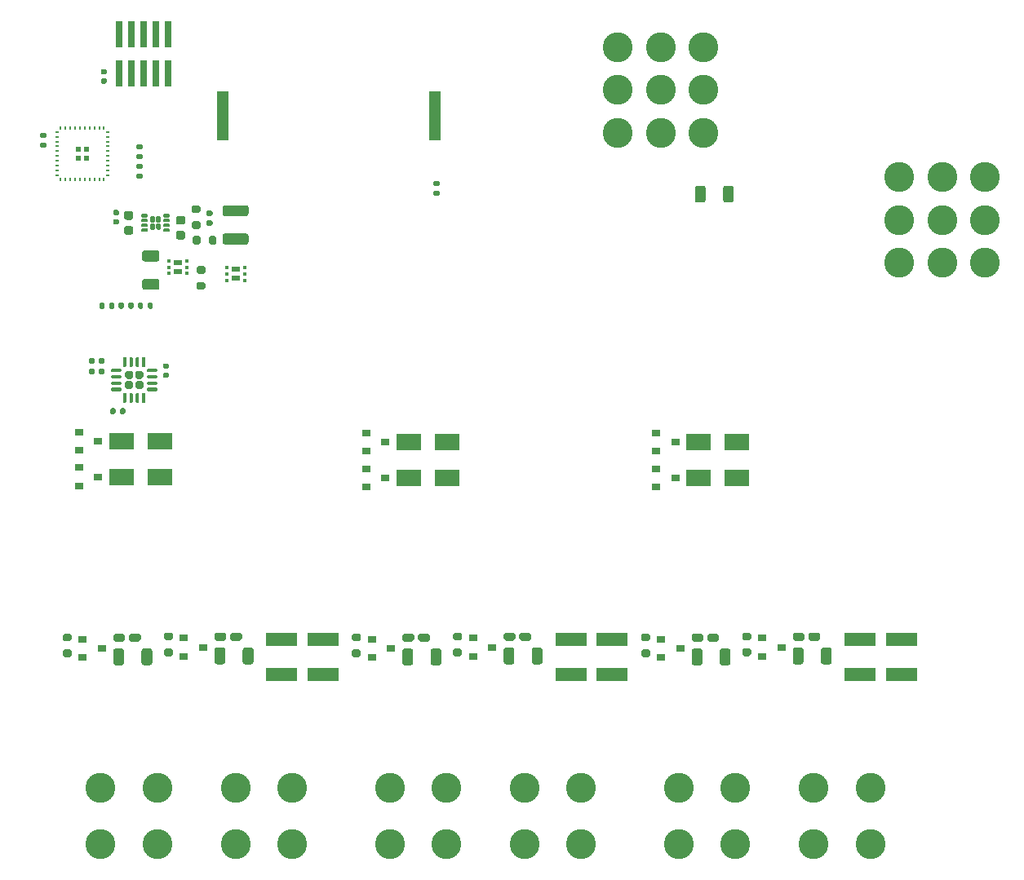
<source format=gbr>
%TF.GenerationSoftware,KiCad,Pcbnew,(5.1.9-0-10_14)*%
%TF.CreationDate,2021-05-17T23:47:06-07:00*%
%TF.ProjectId,tp_radio_board,74705f72-6164-4696-9f5f-626f6172642e,rev?*%
%TF.SameCoordinates,Original*%
%TF.FileFunction,Paste,Top*%
%TF.FilePolarity,Positive*%
%FSLAX46Y46*%
G04 Gerber Fmt 4.6, Leading zero omitted, Abs format (unit mm)*
G04 Created by KiCad (PCBNEW (5.1.9-0-10_14)) date 2021-05-17 23:47:06*
%MOMM*%
%LPD*%
G01*
G04 APERTURE LIST*
%ADD10R,0.762000X2.794000*%
%ADD11R,0.500000X0.500000*%
%ADD12R,0.250000X0.350000*%
%ADD13R,0.350000X0.250000*%
%ADD14R,0.900000X0.800000*%
%ADD15C,3.100000*%
%ADD16R,0.950000X0.613000*%
%ADD17R,0.325000X0.300000*%
%ADD18R,3.300000X1.400000*%
%ADD19R,2.500000X1.800000*%
%ADD20R,1.270000X5.080000*%
G04 APERTURE END LIST*
D10*
%TO.C,J1*%
X31340000Y-102772000D03*
X31340000Y-98708000D03*
X32610000Y-102772000D03*
X32610000Y-98708000D03*
X33880000Y-102772000D03*
X33880000Y-98708000D03*
X35150000Y-102772000D03*
X35150000Y-98708000D03*
X36420000Y-102772000D03*
X36420000Y-98708000D03*
%TD*%
D11*
%TO.C,U1*%
X27050000Y-111550000D03*
X27950000Y-111550000D03*
X27950000Y-110650000D03*
X27050000Y-110650000D03*
D12*
X29750000Y-108450000D03*
X29250000Y-108450000D03*
X28750000Y-108450000D03*
X28250000Y-108450000D03*
X27750000Y-108450000D03*
X27250000Y-108450000D03*
X26750000Y-108450000D03*
X25750000Y-108450000D03*
X26250000Y-108450000D03*
X25250000Y-108450000D03*
D13*
X30150000Y-108850000D03*
X30150000Y-109350000D03*
X30150000Y-109850000D03*
X30150000Y-110350000D03*
X30150000Y-110850000D03*
X30150000Y-111350000D03*
X30150000Y-111850000D03*
X30150000Y-112350000D03*
X30150000Y-112850000D03*
X30150000Y-113350000D03*
D12*
X29750000Y-113750000D03*
X29250000Y-113750000D03*
X28750000Y-113750000D03*
X28250000Y-113750000D03*
X27750000Y-113750000D03*
X27250000Y-113750000D03*
X26750000Y-113750000D03*
X26250000Y-113750000D03*
X25750000Y-113750000D03*
X25250000Y-113750000D03*
D13*
X24850000Y-113350000D03*
X24850000Y-112850000D03*
X24850000Y-112350000D03*
X24850000Y-111850000D03*
X24850000Y-111350000D03*
X24850000Y-110850000D03*
X24850000Y-110350000D03*
X24850000Y-109850000D03*
X24850000Y-109350000D03*
X24850000Y-108850000D03*
%TD*%
%TO.C,D12*%
G36*
G01*
X102840000Y-161462500D02*
X102840000Y-161037500D01*
G75*
G02*
X103052500Y-160825000I212500J0D01*
G01*
X103852500Y-160825000D01*
G75*
G02*
X104065000Y-161037500I0J-212500D01*
G01*
X104065000Y-161462500D01*
G75*
G02*
X103852500Y-161675000I-212500J0D01*
G01*
X103052500Y-161675000D01*
G75*
G02*
X102840000Y-161462500I0J212500D01*
G01*
G37*
G36*
G01*
X101215000Y-161462500D02*
X101215000Y-161037500D01*
G75*
G02*
X101427500Y-160825000I212500J0D01*
G01*
X102227500Y-160825000D01*
G75*
G02*
X102440000Y-161037500I0J-212500D01*
G01*
X102440000Y-161462500D01*
G75*
G02*
X102227500Y-161675000I-212500J0D01*
G01*
X101427500Y-161675000D01*
G75*
G02*
X101215000Y-161462500I0J212500D01*
G01*
G37*
%TD*%
%TO.C,D11*%
G36*
G01*
X72840000Y-161462500D02*
X72840000Y-161037500D01*
G75*
G02*
X73052500Y-160825000I212500J0D01*
G01*
X73852500Y-160825000D01*
G75*
G02*
X74065000Y-161037500I0J-212500D01*
G01*
X74065000Y-161462500D01*
G75*
G02*
X73852500Y-161675000I-212500J0D01*
G01*
X73052500Y-161675000D01*
G75*
G02*
X72840000Y-161462500I0J212500D01*
G01*
G37*
G36*
G01*
X71215000Y-161462500D02*
X71215000Y-161037500D01*
G75*
G02*
X71427500Y-160825000I212500J0D01*
G01*
X72227500Y-160825000D01*
G75*
G02*
X72440000Y-161037500I0J-212500D01*
G01*
X72440000Y-161462500D01*
G75*
G02*
X72227500Y-161675000I-212500J0D01*
G01*
X71427500Y-161675000D01*
G75*
G02*
X71215000Y-161462500I0J212500D01*
G01*
G37*
%TD*%
%TO.C,D10*%
G36*
G01*
X42840000Y-161462500D02*
X42840000Y-161037500D01*
G75*
G02*
X43052500Y-160825000I212500J0D01*
G01*
X43852500Y-160825000D01*
G75*
G02*
X44065000Y-161037500I0J-212500D01*
G01*
X44065000Y-161462500D01*
G75*
G02*
X43852500Y-161675000I-212500J0D01*
G01*
X43052500Y-161675000D01*
G75*
G02*
X42840000Y-161462500I0J212500D01*
G01*
G37*
G36*
G01*
X41215000Y-161462500D02*
X41215000Y-161037500D01*
G75*
G02*
X41427500Y-160825000I212500J0D01*
G01*
X42227500Y-160825000D01*
G75*
G02*
X42440000Y-161037500I0J-212500D01*
G01*
X42440000Y-161462500D01*
G75*
G02*
X42227500Y-161675000I-212500J0D01*
G01*
X41427500Y-161675000D01*
G75*
G02*
X41215000Y-161462500I0J212500D01*
G01*
G37*
%TD*%
%TO.C,R24*%
G36*
G01*
X42340000Y-162624999D02*
X42340000Y-163875001D01*
G75*
G02*
X42090001Y-164125000I-249999J0D01*
G01*
X41464999Y-164125000D01*
G75*
G02*
X41215000Y-163875001I0J249999D01*
G01*
X41215000Y-162624999D01*
G75*
G02*
X41464999Y-162375000I249999J0D01*
G01*
X42090001Y-162375000D01*
G75*
G02*
X42340000Y-162624999I0J-249999D01*
G01*
G37*
G36*
G01*
X45265000Y-162624999D02*
X45265000Y-163875001D01*
G75*
G02*
X45015001Y-164125000I-249999J0D01*
G01*
X44389999Y-164125000D01*
G75*
G02*
X44140000Y-163875001I0J249999D01*
G01*
X44140000Y-162624999D01*
G75*
G02*
X44389999Y-162375000I249999J0D01*
G01*
X45015001Y-162375000D01*
G75*
G02*
X45265000Y-162624999I0J-249999D01*
G01*
G37*
%TD*%
%TO.C,R26*%
G36*
G01*
X102340000Y-162624999D02*
X102340000Y-163875001D01*
G75*
G02*
X102090001Y-164125000I-249999J0D01*
G01*
X101464999Y-164125000D01*
G75*
G02*
X101215000Y-163875001I0J249999D01*
G01*
X101215000Y-162624999D01*
G75*
G02*
X101464999Y-162375000I249999J0D01*
G01*
X102090001Y-162375000D01*
G75*
G02*
X102340000Y-162624999I0J-249999D01*
G01*
G37*
G36*
G01*
X105265000Y-162624999D02*
X105265000Y-163875001D01*
G75*
G02*
X105015001Y-164125000I-249999J0D01*
G01*
X104389999Y-164125000D01*
G75*
G02*
X104140000Y-163875001I0J249999D01*
G01*
X104140000Y-162624999D01*
G75*
G02*
X104389999Y-162375000I249999J0D01*
G01*
X105015001Y-162375000D01*
G75*
G02*
X105265000Y-162624999I0J-249999D01*
G01*
G37*
%TD*%
%TO.C,R25*%
G36*
G01*
X72340000Y-162624999D02*
X72340000Y-163875001D01*
G75*
G02*
X72090001Y-164125000I-249999J0D01*
G01*
X71464999Y-164125000D01*
G75*
G02*
X71215000Y-163875001I0J249999D01*
G01*
X71215000Y-162624999D01*
G75*
G02*
X71464999Y-162375000I249999J0D01*
G01*
X72090001Y-162375000D01*
G75*
G02*
X72340000Y-162624999I0J-249999D01*
G01*
G37*
G36*
G01*
X75265000Y-162624999D02*
X75265000Y-163875001D01*
G75*
G02*
X75015001Y-164125000I-249999J0D01*
G01*
X74389999Y-164125000D01*
G75*
G02*
X74140000Y-163875001I0J249999D01*
G01*
X74140000Y-162624999D01*
G75*
G02*
X74389999Y-162375000I249999J0D01*
G01*
X75015001Y-162375000D01*
G75*
G02*
X75265000Y-162624999I0J-249999D01*
G01*
G37*
%TD*%
%TO.C,R21*%
G36*
G01*
X36715000Y-161625000D02*
X36165000Y-161625000D01*
G75*
G02*
X35965000Y-161425000I0J200000D01*
G01*
X35965000Y-161025000D01*
G75*
G02*
X36165000Y-160825000I200000J0D01*
G01*
X36715000Y-160825000D01*
G75*
G02*
X36915000Y-161025000I0J-200000D01*
G01*
X36915000Y-161425000D01*
G75*
G02*
X36715000Y-161625000I-200000J0D01*
G01*
G37*
G36*
G01*
X36715000Y-163275000D02*
X36165000Y-163275000D01*
G75*
G02*
X35965000Y-163075000I0J200000D01*
G01*
X35965000Y-162675000D01*
G75*
G02*
X36165000Y-162475000I200000J0D01*
G01*
X36715000Y-162475000D01*
G75*
G02*
X36915000Y-162675000I0J-200000D01*
G01*
X36915000Y-163075000D01*
G75*
G02*
X36715000Y-163275000I-200000J0D01*
G01*
G37*
%TD*%
%TO.C,R23*%
G36*
G01*
X96715000Y-161625000D02*
X96165000Y-161625000D01*
G75*
G02*
X95965000Y-161425000I0J200000D01*
G01*
X95965000Y-161025000D01*
G75*
G02*
X96165000Y-160825000I200000J0D01*
G01*
X96715000Y-160825000D01*
G75*
G02*
X96915000Y-161025000I0J-200000D01*
G01*
X96915000Y-161425000D01*
G75*
G02*
X96715000Y-161625000I-200000J0D01*
G01*
G37*
G36*
G01*
X96715000Y-163275000D02*
X96165000Y-163275000D01*
G75*
G02*
X95965000Y-163075000I0J200000D01*
G01*
X95965000Y-162675000D01*
G75*
G02*
X96165000Y-162475000I200000J0D01*
G01*
X96715000Y-162475000D01*
G75*
G02*
X96915000Y-162675000I0J-200000D01*
G01*
X96915000Y-163075000D01*
G75*
G02*
X96715000Y-163275000I-200000J0D01*
G01*
G37*
%TD*%
%TO.C,R22*%
G36*
G01*
X66715000Y-161625000D02*
X66165000Y-161625000D01*
G75*
G02*
X65965000Y-161425000I0J200000D01*
G01*
X65965000Y-161025000D01*
G75*
G02*
X66165000Y-160825000I200000J0D01*
G01*
X66715000Y-160825000D01*
G75*
G02*
X66915000Y-161025000I0J-200000D01*
G01*
X66915000Y-161425000D01*
G75*
G02*
X66715000Y-161625000I-200000J0D01*
G01*
G37*
G36*
G01*
X66715000Y-163275000D02*
X66165000Y-163275000D01*
G75*
G02*
X65965000Y-163075000I0J200000D01*
G01*
X65965000Y-162675000D01*
G75*
G02*
X66165000Y-162475000I200000J0D01*
G01*
X66715000Y-162475000D01*
G75*
G02*
X66915000Y-162675000I0J-200000D01*
G01*
X66915000Y-163075000D01*
G75*
G02*
X66715000Y-163275000I-200000J0D01*
G01*
G37*
%TD*%
%TO.C,R16*%
G36*
G01*
X31840000Y-162724999D02*
X31840000Y-163975001D01*
G75*
G02*
X31590001Y-164225000I-249999J0D01*
G01*
X30964999Y-164225000D01*
G75*
G02*
X30715000Y-163975001I0J249999D01*
G01*
X30715000Y-162724999D01*
G75*
G02*
X30964999Y-162475000I249999J0D01*
G01*
X31590001Y-162475000D01*
G75*
G02*
X31840000Y-162724999I0J-249999D01*
G01*
G37*
G36*
G01*
X34765000Y-162724999D02*
X34765000Y-163975001D01*
G75*
G02*
X34515001Y-164225000I-249999J0D01*
G01*
X33889999Y-164225000D01*
G75*
G02*
X33640000Y-163975001I0J249999D01*
G01*
X33640000Y-162724999D01*
G75*
G02*
X33889999Y-162475000I249999J0D01*
G01*
X34515001Y-162475000D01*
G75*
G02*
X34765000Y-162724999I0J-249999D01*
G01*
G37*
%TD*%
%TO.C,R18*%
G36*
G01*
X91840000Y-162724999D02*
X91840000Y-163975001D01*
G75*
G02*
X91590001Y-164225000I-249999J0D01*
G01*
X90964999Y-164225000D01*
G75*
G02*
X90715000Y-163975001I0J249999D01*
G01*
X90715000Y-162724999D01*
G75*
G02*
X90964999Y-162475000I249999J0D01*
G01*
X91590001Y-162475000D01*
G75*
G02*
X91840000Y-162724999I0J-249999D01*
G01*
G37*
G36*
G01*
X94765000Y-162724999D02*
X94765000Y-163975001D01*
G75*
G02*
X94515001Y-164225000I-249999J0D01*
G01*
X93889999Y-164225000D01*
G75*
G02*
X93640000Y-163975001I0J249999D01*
G01*
X93640000Y-162724999D01*
G75*
G02*
X93889999Y-162475000I249999J0D01*
G01*
X94515001Y-162475000D01*
G75*
G02*
X94765000Y-162724999I0J-249999D01*
G01*
G37*
%TD*%
%TO.C,R17*%
G36*
G01*
X61840000Y-162724999D02*
X61840000Y-163975001D01*
G75*
G02*
X61590001Y-164225000I-249999J0D01*
G01*
X60964999Y-164225000D01*
G75*
G02*
X60715000Y-163975001I0J249999D01*
G01*
X60715000Y-162724999D01*
G75*
G02*
X60964999Y-162475000I249999J0D01*
G01*
X61590001Y-162475000D01*
G75*
G02*
X61840000Y-162724999I0J-249999D01*
G01*
G37*
G36*
G01*
X64765000Y-162724999D02*
X64765000Y-163975001D01*
G75*
G02*
X64515001Y-164225000I-249999J0D01*
G01*
X63889999Y-164225000D01*
G75*
G02*
X63640000Y-163975001I0J249999D01*
G01*
X63640000Y-162724999D01*
G75*
G02*
X63889999Y-162475000I249999J0D01*
G01*
X64515001Y-162475000D01*
G75*
G02*
X64765000Y-162724999I0J-249999D01*
G01*
G37*
%TD*%
%TO.C,R13*%
G36*
G01*
X26215000Y-161725000D02*
X25665000Y-161725000D01*
G75*
G02*
X25465000Y-161525000I0J200000D01*
G01*
X25465000Y-161125000D01*
G75*
G02*
X25665000Y-160925000I200000J0D01*
G01*
X26215000Y-160925000D01*
G75*
G02*
X26415000Y-161125000I0J-200000D01*
G01*
X26415000Y-161525000D01*
G75*
G02*
X26215000Y-161725000I-200000J0D01*
G01*
G37*
G36*
G01*
X26215000Y-163375000D02*
X25665000Y-163375000D01*
G75*
G02*
X25465000Y-163175000I0J200000D01*
G01*
X25465000Y-162775000D01*
G75*
G02*
X25665000Y-162575000I200000J0D01*
G01*
X26215000Y-162575000D01*
G75*
G02*
X26415000Y-162775000I0J-200000D01*
G01*
X26415000Y-163175000D01*
G75*
G02*
X26215000Y-163375000I-200000J0D01*
G01*
G37*
%TD*%
%TO.C,R15*%
G36*
G01*
X86215000Y-161725000D02*
X85665000Y-161725000D01*
G75*
G02*
X85465000Y-161525000I0J200000D01*
G01*
X85465000Y-161125000D01*
G75*
G02*
X85665000Y-160925000I200000J0D01*
G01*
X86215000Y-160925000D01*
G75*
G02*
X86415000Y-161125000I0J-200000D01*
G01*
X86415000Y-161525000D01*
G75*
G02*
X86215000Y-161725000I-200000J0D01*
G01*
G37*
G36*
G01*
X86215000Y-163375000D02*
X85665000Y-163375000D01*
G75*
G02*
X85465000Y-163175000I0J200000D01*
G01*
X85465000Y-162775000D01*
G75*
G02*
X85665000Y-162575000I200000J0D01*
G01*
X86215000Y-162575000D01*
G75*
G02*
X86415000Y-162775000I0J-200000D01*
G01*
X86415000Y-163175000D01*
G75*
G02*
X86215000Y-163375000I-200000J0D01*
G01*
G37*
%TD*%
%TO.C,R14*%
G36*
G01*
X56215000Y-161725000D02*
X55665000Y-161725000D01*
G75*
G02*
X55465000Y-161525000I0J200000D01*
G01*
X55465000Y-161125000D01*
G75*
G02*
X55665000Y-160925000I200000J0D01*
G01*
X56215000Y-160925000D01*
G75*
G02*
X56415000Y-161125000I0J-200000D01*
G01*
X56415000Y-161525000D01*
G75*
G02*
X56215000Y-161725000I-200000J0D01*
G01*
G37*
G36*
G01*
X56215000Y-163375000D02*
X55665000Y-163375000D01*
G75*
G02*
X55465000Y-163175000I0J200000D01*
G01*
X55465000Y-162775000D01*
G75*
G02*
X55665000Y-162575000I200000J0D01*
G01*
X56215000Y-162575000D01*
G75*
G02*
X56415000Y-162775000I0J-200000D01*
G01*
X56415000Y-163175000D01*
G75*
G02*
X56215000Y-163375000I-200000J0D01*
G01*
G37*
%TD*%
D14*
%TO.C,Q10*%
X40040000Y-162350000D03*
X38040000Y-163300000D03*
X38040000Y-161400000D03*
%TD*%
%TO.C,Q12*%
X100040000Y-162350000D03*
X98040000Y-163300000D03*
X98040000Y-161400000D03*
%TD*%
%TO.C,Q11*%
X70040000Y-162350000D03*
X68040000Y-163300000D03*
X68040000Y-161400000D03*
%TD*%
%TO.C,Q7*%
X29540000Y-162450000D03*
X27540000Y-163400000D03*
X27540000Y-161500000D03*
%TD*%
%TO.C,Q9*%
X89540000Y-162450000D03*
X87540000Y-163400000D03*
X87540000Y-161500000D03*
%TD*%
%TO.C,Q8*%
X59540000Y-162450000D03*
X57540000Y-163400000D03*
X57540000Y-161500000D03*
%TD*%
%TO.C,D7*%
G36*
G01*
X32340000Y-161562500D02*
X32340000Y-161137500D01*
G75*
G02*
X32552500Y-160925000I212500J0D01*
G01*
X33352500Y-160925000D01*
G75*
G02*
X33565000Y-161137500I0J-212500D01*
G01*
X33565000Y-161562500D01*
G75*
G02*
X33352500Y-161775000I-212500J0D01*
G01*
X32552500Y-161775000D01*
G75*
G02*
X32340000Y-161562500I0J212500D01*
G01*
G37*
G36*
G01*
X30715000Y-161562500D02*
X30715000Y-161137500D01*
G75*
G02*
X30927500Y-160925000I212500J0D01*
G01*
X31727500Y-160925000D01*
G75*
G02*
X31940000Y-161137500I0J-212500D01*
G01*
X31940000Y-161562500D01*
G75*
G02*
X31727500Y-161775000I-212500J0D01*
G01*
X30927500Y-161775000D01*
G75*
G02*
X30715000Y-161562500I0J212500D01*
G01*
G37*
%TD*%
%TO.C,D9*%
G36*
G01*
X92340000Y-161562500D02*
X92340000Y-161137500D01*
G75*
G02*
X92552500Y-160925000I212500J0D01*
G01*
X93352500Y-160925000D01*
G75*
G02*
X93565000Y-161137500I0J-212500D01*
G01*
X93565000Y-161562500D01*
G75*
G02*
X93352500Y-161775000I-212500J0D01*
G01*
X92552500Y-161775000D01*
G75*
G02*
X92340000Y-161562500I0J212500D01*
G01*
G37*
G36*
G01*
X90715000Y-161562500D02*
X90715000Y-161137500D01*
G75*
G02*
X90927500Y-160925000I212500J0D01*
G01*
X91727500Y-160925000D01*
G75*
G02*
X91940000Y-161137500I0J-212500D01*
G01*
X91940000Y-161562500D01*
G75*
G02*
X91727500Y-161775000I-212500J0D01*
G01*
X90927500Y-161775000D01*
G75*
G02*
X90715000Y-161562500I0J212500D01*
G01*
G37*
%TD*%
%TO.C,D8*%
G36*
G01*
X62340000Y-161562500D02*
X62340000Y-161137500D01*
G75*
G02*
X62552500Y-160925000I212500J0D01*
G01*
X63352500Y-160925000D01*
G75*
G02*
X63565000Y-161137500I0J-212500D01*
G01*
X63565000Y-161562500D01*
G75*
G02*
X63352500Y-161775000I-212500J0D01*
G01*
X62552500Y-161775000D01*
G75*
G02*
X62340000Y-161562500I0J212500D01*
G01*
G37*
G36*
G01*
X60715000Y-161562500D02*
X60715000Y-161137500D01*
G75*
G02*
X60927500Y-160925000I212500J0D01*
G01*
X61727500Y-160925000D01*
G75*
G02*
X61940000Y-161137500I0J-212500D01*
G01*
X61940000Y-161562500D01*
G75*
G02*
X61727500Y-161775000I-212500J0D01*
G01*
X60927500Y-161775000D01*
G75*
G02*
X60715000Y-161562500I0J212500D01*
G01*
G37*
%TD*%
D15*
%TO.C,J10*%
X87500000Y-104500000D03*
X87500000Y-108935000D03*
X83065000Y-104500000D03*
X87500000Y-100065000D03*
X91935000Y-104500000D03*
X83065000Y-100065000D03*
X91935000Y-100065000D03*
X91935000Y-108935000D03*
X83065000Y-108935000D03*
%TD*%
%TO.C,J8*%
X116710000Y-118000000D03*
X116710000Y-122435000D03*
X112275000Y-118000000D03*
X116710000Y-113565000D03*
X121145000Y-118000000D03*
X112275000Y-113565000D03*
X121145000Y-113565000D03*
X121145000Y-122435000D03*
X112275000Y-122435000D03*
%TD*%
%TO.C,J7*%
X103405000Y-176915000D03*
X109275000Y-176915000D03*
X109275000Y-182785000D03*
X103405000Y-182785000D03*
%TD*%
%TO.C,J6*%
X73405000Y-176915000D03*
X79275000Y-176915000D03*
X79275000Y-182785000D03*
X73405000Y-182785000D03*
%TD*%
%TO.C,J5*%
X43405000Y-176915000D03*
X49275000Y-176915000D03*
X49275000Y-182785000D03*
X43405000Y-182785000D03*
%TD*%
%TO.C,J4*%
X89405000Y-176915000D03*
X95275000Y-176915000D03*
X95275000Y-182785000D03*
X89405000Y-182785000D03*
%TD*%
%TO.C,J3*%
X59405000Y-176915000D03*
X65275000Y-176915000D03*
X65275000Y-182785000D03*
X59405000Y-182785000D03*
%TD*%
%TO.C,J2*%
X29405000Y-176915000D03*
X35275000Y-176915000D03*
X35275000Y-182785000D03*
X29405000Y-182785000D03*
%TD*%
%TO.C,R20*%
G36*
G01*
X92180000Y-114684999D02*
X92180000Y-115935001D01*
G75*
G02*
X91930001Y-116185000I-249999J0D01*
G01*
X91304999Y-116185000D01*
G75*
G02*
X91055000Y-115935001I0J249999D01*
G01*
X91055000Y-114684999D01*
G75*
G02*
X91304999Y-114435000I249999J0D01*
G01*
X91930001Y-114435000D01*
G75*
G02*
X92180000Y-114684999I0J-249999D01*
G01*
G37*
G36*
G01*
X95105000Y-114684999D02*
X95105000Y-115935001D01*
G75*
G02*
X94855001Y-116185000I-249999J0D01*
G01*
X94229999Y-116185000D01*
G75*
G02*
X93980000Y-115935001I0J249999D01*
G01*
X93980000Y-114684999D01*
G75*
G02*
X94229999Y-114435000I249999J0D01*
G01*
X94855001Y-114435000D01*
G75*
G02*
X95105000Y-114684999I0J-249999D01*
G01*
G37*
%TD*%
%TO.C,R19*%
G36*
G01*
X64435000Y-114490000D02*
X64065000Y-114490000D01*
G75*
G02*
X63930000Y-114355000I0J135000D01*
G01*
X63930000Y-114085000D01*
G75*
G02*
X64065000Y-113950000I135000J0D01*
G01*
X64435000Y-113950000D01*
G75*
G02*
X64570000Y-114085000I0J-135000D01*
G01*
X64570000Y-114355000D01*
G75*
G02*
X64435000Y-114490000I-135000J0D01*
G01*
G37*
G36*
G01*
X64435000Y-115510000D02*
X64065000Y-115510000D01*
G75*
G02*
X63930000Y-115375000I0J135000D01*
G01*
X63930000Y-115105000D01*
G75*
G02*
X64065000Y-114970000I135000J0D01*
G01*
X64435000Y-114970000D01*
G75*
G02*
X64570000Y-115105000I0J-135000D01*
G01*
X64570000Y-115375000D01*
G75*
G02*
X64435000Y-115510000I-135000J0D01*
G01*
G37*
%TD*%
D16*
%TO.C,U6*%
X43400000Y-123133500D03*
X43400000Y-124066500D03*
D17*
X44325000Y-122950000D03*
X44325000Y-124250000D03*
X44325000Y-123600000D03*
X42475000Y-124250000D03*
X42475000Y-123600000D03*
X42475000Y-122950000D03*
%TD*%
D16*
%TO.C,U5*%
X37400000Y-122433500D03*
X37400000Y-123366500D03*
D17*
X38325000Y-122250000D03*
X38325000Y-123550000D03*
X38325000Y-122900000D03*
X36475000Y-123550000D03*
X36475000Y-122900000D03*
X36475000Y-122250000D03*
%TD*%
%TO.C,U4*%
G36*
G01*
X35140000Y-118870000D02*
X35140000Y-118480000D01*
G75*
G02*
X35270000Y-118350000I130000J0D01*
G01*
X35530000Y-118350000D01*
G75*
G02*
X35660000Y-118480000I0J-130000D01*
G01*
X35660000Y-118870000D01*
G75*
G02*
X35530000Y-119000000I-130000J0D01*
G01*
X35270000Y-119000000D01*
G75*
G02*
X35140000Y-118870000I0J130000D01*
G01*
G37*
G36*
G01*
X35140000Y-118120000D02*
X35140000Y-117730000D01*
G75*
G02*
X35270000Y-117600000I130000J0D01*
G01*
X35530000Y-117600000D01*
G75*
G02*
X35660000Y-117730000I0J-130000D01*
G01*
X35660000Y-118120000D01*
G75*
G02*
X35530000Y-118250000I-130000J0D01*
G01*
X35270000Y-118250000D01*
G75*
G02*
X35140000Y-118120000I0J130000D01*
G01*
G37*
G36*
G01*
X34540000Y-118870000D02*
X34540000Y-118480000D01*
G75*
G02*
X34670000Y-118350000I130000J0D01*
G01*
X34930000Y-118350000D01*
G75*
G02*
X35060000Y-118480000I0J-130000D01*
G01*
X35060000Y-118870000D01*
G75*
G02*
X34930000Y-119000000I-130000J0D01*
G01*
X34670000Y-119000000D01*
G75*
G02*
X34540000Y-118870000I0J130000D01*
G01*
G37*
G36*
G01*
X34540000Y-118120000D02*
X34540000Y-117730000D01*
G75*
G02*
X34670000Y-117600000I130000J0D01*
G01*
X34930000Y-117600000D01*
G75*
G02*
X35060000Y-117730000I0J-130000D01*
G01*
X35060000Y-118120000D01*
G75*
G02*
X34930000Y-118250000I-130000J0D01*
G01*
X34670000Y-118250000D01*
G75*
G02*
X34540000Y-118120000I0J130000D01*
G01*
G37*
G36*
G01*
X35900000Y-117637500D02*
X35900000Y-117462500D01*
G75*
G02*
X35987500Y-117375000I87500J0D01*
G01*
X36487500Y-117375000D01*
G75*
G02*
X36575000Y-117462500I0J-87500D01*
G01*
X36575000Y-117637500D01*
G75*
G02*
X36487500Y-117725000I-87500J0D01*
G01*
X35987500Y-117725000D01*
G75*
G02*
X35900000Y-117637500I0J87500D01*
G01*
G37*
G36*
G01*
X35900000Y-118137500D02*
X35900000Y-117962500D01*
G75*
G02*
X35987500Y-117875000I87500J0D01*
G01*
X36487500Y-117875000D01*
G75*
G02*
X36575000Y-117962500I0J-87500D01*
G01*
X36575000Y-118137500D01*
G75*
G02*
X36487500Y-118225000I-87500J0D01*
G01*
X35987500Y-118225000D01*
G75*
G02*
X35900000Y-118137500I0J87500D01*
G01*
G37*
G36*
G01*
X35900000Y-118637500D02*
X35900000Y-118462500D01*
G75*
G02*
X35987500Y-118375000I87500J0D01*
G01*
X36487500Y-118375000D01*
G75*
G02*
X36575000Y-118462500I0J-87500D01*
G01*
X36575000Y-118637500D01*
G75*
G02*
X36487500Y-118725000I-87500J0D01*
G01*
X35987500Y-118725000D01*
G75*
G02*
X35900000Y-118637500I0J87500D01*
G01*
G37*
G36*
G01*
X35900000Y-119137500D02*
X35900000Y-118962500D01*
G75*
G02*
X35987500Y-118875000I87500J0D01*
G01*
X36487500Y-118875000D01*
G75*
G02*
X36575000Y-118962500I0J-87500D01*
G01*
X36575000Y-119137500D01*
G75*
G02*
X36487500Y-119225000I-87500J0D01*
G01*
X35987500Y-119225000D01*
G75*
G02*
X35900000Y-119137500I0J87500D01*
G01*
G37*
G36*
G01*
X33625000Y-119137500D02*
X33625000Y-118962500D01*
G75*
G02*
X33712500Y-118875000I87500J0D01*
G01*
X34212500Y-118875000D01*
G75*
G02*
X34300000Y-118962500I0J-87500D01*
G01*
X34300000Y-119137500D01*
G75*
G02*
X34212500Y-119225000I-87500J0D01*
G01*
X33712500Y-119225000D01*
G75*
G02*
X33625000Y-119137500I0J87500D01*
G01*
G37*
G36*
G01*
X33625000Y-118637500D02*
X33625000Y-118462500D01*
G75*
G02*
X33712500Y-118375000I87500J0D01*
G01*
X34212500Y-118375000D01*
G75*
G02*
X34300000Y-118462500I0J-87500D01*
G01*
X34300000Y-118637500D01*
G75*
G02*
X34212500Y-118725000I-87500J0D01*
G01*
X33712500Y-118725000D01*
G75*
G02*
X33625000Y-118637500I0J87500D01*
G01*
G37*
G36*
G01*
X33625000Y-118137500D02*
X33625000Y-117962500D01*
G75*
G02*
X33712500Y-117875000I87500J0D01*
G01*
X34212500Y-117875000D01*
G75*
G02*
X34300000Y-117962500I0J-87500D01*
G01*
X34300000Y-118137500D01*
G75*
G02*
X34212500Y-118225000I-87500J0D01*
G01*
X33712500Y-118225000D01*
G75*
G02*
X33625000Y-118137500I0J87500D01*
G01*
G37*
G36*
G01*
X33625000Y-117637500D02*
X33625000Y-117462500D01*
G75*
G02*
X33712500Y-117375000I87500J0D01*
G01*
X34212500Y-117375000D01*
G75*
G02*
X34300000Y-117462500I0J-87500D01*
G01*
X34300000Y-117637500D01*
G75*
G02*
X34212500Y-117725000I-87500J0D01*
G01*
X33712500Y-117725000D01*
G75*
G02*
X33625000Y-117637500I0J87500D01*
G01*
G37*
%TD*%
%TO.C,R30*%
G36*
G01*
X39775000Y-119825000D02*
X39775000Y-120375000D01*
G75*
G02*
X39575000Y-120575000I-200000J0D01*
G01*
X39175000Y-120575000D01*
G75*
G02*
X38975000Y-120375000I0J200000D01*
G01*
X38975000Y-119825000D01*
G75*
G02*
X39175000Y-119625000I200000J0D01*
G01*
X39575000Y-119625000D01*
G75*
G02*
X39775000Y-119825000I0J-200000D01*
G01*
G37*
G36*
G01*
X41425000Y-119825000D02*
X41425000Y-120375000D01*
G75*
G02*
X41225000Y-120575000I-200000J0D01*
G01*
X40825000Y-120575000D01*
G75*
G02*
X40625000Y-120375000I0J200000D01*
G01*
X40625000Y-119825000D01*
G75*
G02*
X40825000Y-119625000I200000J0D01*
G01*
X41225000Y-119625000D01*
G75*
G02*
X41425000Y-119825000I0J-200000D01*
G01*
G37*
%TD*%
%TO.C,R29*%
G36*
G01*
X39025000Y-118125000D02*
X39575000Y-118125000D01*
G75*
G02*
X39775000Y-118325000I0J-200000D01*
G01*
X39775000Y-118725000D01*
G75*
G02*
X39575000Y-118925000I-200000J0D01*
G01*
X39025000Y-118925000D01*
G75*
G02*
X38825000Y-118725000I0J200000D01*
G01*
X38825000Y-118325000D01*
G75*
G02*
X39025000Y-118125000I200000J0D01*
G01*
G37*
G36*
G01*
X39025000Y-116475000D02*
X39575000Y-116475000D01*
G75*
G02*
X39775000Y-116675000I0J-200000D01*
G01*
X39775000Y-117075000D01*
G75*
G02*
X39575000Y-117275000I-200000J0D01*
G01*
X39025000Y-117275000D01*
G75*
G02*
X38825000Y-117075000I0J200000D01*
G01*
X38825000Y-116675000D01*
G75*
G02*
X39025000Y-116475000I200000J0D01*
G01*
G37*
%TD*%
%TO.C,R28*%
G36*
G01*
X40075000Y-123575000D02*
X39525000Y-123575000D01*
G75*
G02*
X39325000Y-123375000I0J200000D01*
G01*
X39325000Y-122975000D01*
G75*
G02*
X39525000Y-122775000I200000J0D01*
G01*
X40075000Y-122775000D01*
G75*
G02*
X40275000Y-122975000I0J-200000D01*
G01*
X40275000Y-123375000D01*
G75*
G02*
X40075000Y-123575000I-200000J0D01*
G01*
G37*
G36*
G01*
X40075000Y-125225000D02*
X39525000Y-125225000D01*
G75*
G02*
X39325000Y-125025000I0J200000D01*
G01*
X39325000Y-124625000D01*
G75*
G02*
X39525000Y-124425000I200000J0D01*
G01*
X40075000Y-124425000D01*
G75*
G02*
X40275000Y-124625000I0J-200000D01*
G01*
X40275000Y-125025000D01*
G75*
G02*
X40075000Y-125225000I-200000J0D01*
G01*
G37*
%TD*%
%TO.C,R27*%
G36*
G01*
X40515000Y-118040000D02*
X40885000Y-118040000D01*
G75*
G02*
X41020000Y-118175000I0J-135000D01*
G01*
X41020000Y-118445000D01*
G75*
G02*
X40885000Y-118580000I-135000J0D01*
G01*
X40515000Y-118580000D01*
G75*
G02*
X40380000Y-118445000I0J135000D01*
G01*
X40380000Y-118175000D01*
G75*
G02*
X40515000Y-118040000I135000J0D01*
G01*
G37*
G36*
G01*
X40515000Y-117020000D02*
X40885000Y-117020000D01*
G75*
G02*
X41020000Y-117155000I0J-135000D01*
G01*
X41020000Y-117425000D01*
G75*
G02*
X40885000Y-117560000I-135000J0D01*
G01*
X40515000Y-117560000D01*
G75*
G02*
X40380000Y-117425000I0J135000D01*
G01*
X40380000Y-117155000D01*
G75*
G02*
X40515000Y-117020000I135000J0D01*
G01*
G37*
%TD*%
%TO.C,R12*%
G36*
G01*
X29225000Y-133920000D02*
X29225000Y-133550000D01*
G75*
G02*
X29360000Y-133415000I135000J0D01*
G01*
X29630000Y-133415000D01*
G75*
G02*
X29765000Y-133550000I0J-135000D01*
G01*
X29765000Y-133920000D01*
G75*
G02*
X29630000Y-134055000I-135000J0D01*
G01*
X29360000Y-134055000D01*
G75*
G02*
X29225000Y-133920000I0J135000D01*
G01*
G37*
G36*
G01*
X28205000Y-133920000D02*
X28205000Y-133550000D01*
G75*
G02*
X28340000Y-133415000I135000J0D01*
G01*
X28610000Y-133415000D01*
G75*
G02*
X28745000Y-133550000I0J-135000D01*
G01*
X28745000Y-133920000D01*
G75*
G02*
X28610000Y-134055000I-135000J0D01*
G01*
X28340000Y-134055000D01*
G75*
G02*
X28205000Y-133920000I0J135000D01*
G01*
G37*
%TD*%
%TO.C,R11*%
G36*
G01*
X29225000Y-132820000D02*
X29225000Y-132450000D01*
G75*
G02*
X29360000Y-132315000I135000J0D01*
G01*
X29630000Y-132315000D01*
G75*
G02*
X29765000Y-132450000I0J-135000D01*
G01*
X29765000Y-132820000D01*
G75*
G02*
X29630000Y-132955000I-135000J0D01*
G01*
X29360000Y-132955000D01*
G75*
G02*
X29225000Y-132820000I0J135000D01*
G01*
G37*
G36*
G01*
X28205000Y-132820000D02*
X28205000Y-132450000D01*
G75*
G02*
X28340000Y-132315000I135000J0D01*
G01*
X28610000Y-132315000D01*
G75*
G02*
X28745000Y-132450000I0J-135000D01*
G01*
X28745000Y-132820000D01*
G75*
G02*
X28610000Y-132955000I-135000J0D01*
G01*
X28340000Y-132955000D01*
G75*
G02*
X28205000Y-132820000I0J135000D01*
G01*
G37*
%TD*%
%TO.C,R10*%
G36*
G01*
X30285000Y-127070000D02*
X30285000Y-126700000D01*
G75*
G02*
X30420000Y-126565000I135000J0D01*
G01*
X30690000Y-126565000D01*
G75*
G02*
X30825000Y-126700000I0J-135000D01*
G01*
X30825000Y-127070000D01*
G75*
G02*
X30690000Y-127205000I-135000J0D01*
G01*
X30420000Y-127205000D01*
G75*
G02*
X30285000Y-127070000I0J135000D01*
G01*
G37*
G36*
G01*
X29265000Y-127070000D02*
X29265000Y-126700000D01*
G75*
G02*
X29400000Y-126565000I135000J0D01*
G01*
X29670000Y-126565000D01*
G75*
G02*
X29805000Y-126700000I0J-135000D01*
G01*
X29805000Y-127070000D01*
G75*
G02*
X29670000Y-127205000I-135000J0D01*
G01*
X29400000Y-127205000D01*
G75*
G02*
X29265000Y-127070000I0J135000D01*
G01*
G37*
%TD*%
%TO.C,R9*%
G36*
G01*
X31425000Y-138020000D02*
X31425000Y-137650000D01*
G75*
G02*
X31560000Y-137515000I135000J0D01*
G01*
X31830000Y-137515000D01*
G75*
G02*
X31965000Y-137650000I0J-135000D01*
G01*
X31965000Y-138020000D01*
G75*
G02*
X31830000Y-138155000I-135000J0D01*
G01*
X31560000Y-138155000D01*
G75*
G02*
X31425000Y-138020000I0J135000D01*
G01*
G37*
G36*
G01*
X30405000Y-138020000D02*
X30405000Y-137650000D01*
G75*
G02*
X30540000Y-137515000I135000J0D01*
G01*
X30810000Y-137515000D01*
G75*
G02*
X30945000Y-137650000I0J-135000D01*
G01*
X30945000Y-138020000D01*
G75*
G02*
X30810000Y-138155000I-135000J0D01*
G01*
X30540000Y-138155000D01*
G75*
G02*
X30405000Y-138020000I0J135000D01*
G01*
G37*
%TD*%
%TO.C,R8*%
G36*
G01*
X32285000Y-127070000D02*
X32285000Y-126700000D01*
G75*
G02*
X32420000Y-126565000I135000J0D01*
G01*
X32690000Y-126565000D01*
G75*
G02*
X32825000Y-126700000I0J-135000D01*
G01*
X32825000Y-127070000D01*
G75*
G02*
X32690000Y-127205000I-135000J0D01*
G01*
X32420000Y-127205000D01*
G75*
G02*
X32285000Y-127070000I0J135000D01*
G01*
G37*
G36*
G01*
X31265000Y-127070000D02*
X31265000Y-126700000D01*
G75*
G02*
X31400000Y-126565000I135000J0D01*
G01*
X31670000Y-126565000D01*
G75*
G02*
X31805000Y-126700000I0J-135000D01*
G01*
X31805000Y-127070000D01*
G75*
G02*
X31670000Y-127205000I-135000J0D01*
G01*
X31400000Y-127205000D01*
G75*
G02*
X31265000Y-127070000I0J135000D01*
G01*
G37*
%TD*%
%TO.C,R7*%
G36*
G01*
X33805000Y-126700000D02*
X33805000Y-127070000D01*
G75*
G02*
X33670000Y-127205000I-135000J0D01*
G01*
X33400000Y-127205000D01*
G75*
G02*
X33265000Y-127070000I0J135000D01*
G01*
X33265000Y-126700000D01*
G75*
G02*
X33400000Y-126565000I135000J0D01*
G01*
X33670000Y-126565000D01*
G75*
G02*
X33805000Y-126700000I0J-135000D01*
G01*
G37*
G36*
G01*
X34825000Y-126700000D02*
X34825000Y-127070000D01*
G75*
G02*
X34690000Y-127205000I-135000J0D01*
G01*
X34420000Y-127205000D01*
G75*
G02*
X34285000Y-127070000I0J135000D01*
G01*
X34285000Y-126700000D01*
G75*
G02*
X34420000Y-126565000I135000J0D01*
G01*
X34690000Y-126565000D01*
G75*
G02*
X34825000Y-126700000I0J-135000D01*
G01*
G37*
%TD*%
D18*
%TO.C,R4*%
X52490000Y-161550000D03*
X52490000Y-165150000D03*
X48190000Y-161550000D03*
X48190000Y-165150000D03*
%TD*%
%TO.C,R5*%
X82490000Y-161550000D03*
X82490000Y-165150000D03*
X78190000Y-161550000D03*
X78190000Y-165150000D03*
%TD*%
%TO.C,R3*%
G36*
G01*
X33605000Y-110670000D02*
X33235000Y-110670000D01*
G75*
G02*
X33100000Y-110535000I0J135000D01*
G01*
X33100000Y-110265000D01*
G75*
G02*
X33235000Y-110130000I135000J0D01*
G01*
X33605000Y-110130000D01*
G75*
G02*
X33740000Y-110265000I0J-135000D01*
G01*
X33740000Y-110535000D01*
G75*
G02*
X33605000Y-110670000I-135000J0D01*
G01*
G37*
G36*
G01*
X33605000Y-111690000D02*
X33235000Y-111690000D01*
G75*
G02*
X33100000Y-111555000I0J135000D01*
G01*
X33100000Y-111285000D01*
G75*
G02*
X33235000Y-111150000I135000J0D01*
G01*
X33605000Y-111150000D01*
G75*
G02*
X33740000Y-111285000I0J-135000D01*
G01*
X33740000Y-111555000D01*
G75*
G02*
X33605000Y-111690000I-135000J0D01*
G01*
G37*
%TD*%
%TO.C,R2*%
G36*
G01*
X33245000Y-113170000D02*
X33615000Y-113170000D01*
G75*
G02*
X33750000Y-113305000I0J-135000D01*
G01*
X33750000Y-113575000D01*
G75*
G02*
X33615000Y-113710000I-135000J0D01*
G01*
X33245000Y-113710000D01*
G75*
G02*
X33110000Y-113575000I0J135000D01*
G01*
X33110000Y-113305000D01*
G75*
G02*
X33245000Y-113170000I135000J0D01*
G01*
G37*
G36*
G01*
X33245000Y-112150000D02*
X33615000Y-112150000D01*
G75*
G02*
X33750000Y-112285000I0J-135000D01*
G01*
X33750000Y-112555000D01*
G75*
G02*
X33615000Y-112690000I-135000J0D01*
G01*
X33245000Y-112690000D01*
G75*
G02*
X33110000Y-112555000I0J135000D01*
G01*
X33110000Y-112285000D01*
G75*
G02*
X33245000Y-112150000I135000J0D01*
G01*
G37*
%TD*%
%TO.C,R1*%
G36*
G01*
X23275000Y-109950000D02*
X23645000Y-109950000D01*
G75*
G02*
X23780000Y-110085000I0J-135000D01*
G01*
X23780000Y-110355000D01*
G75*
G02*
X23645000Y-110490000I-135000J0D01*
G01*
X23275000Y-110490000D01*
G75*
G02*
X23140000Y-110355000I0J135000D01*
G01*
X23140000Y-110085000D01*
G75*
G02*
X23275000Y-109950000I135000J0D01*
G01*
G37*
G36*
G01*
X23275000Y-108930000D02*
X23645000Y-108930000D01*
G75*
G02*
X23780000Y-109065000I0J-135000D01*
G01*
X23780000Y-109335000D01*
G75*
G02*
X23645000Y-109470000I-135000J0D01*
G01*
X23275000Y-109470000D01*
G75*
G02*
X23140000Y-109335000I0J135000D01*
G01*
X23140000Y-109065000D01*
G75*
G02*
X23275000Y-108930000I135000J0D01*
G01*
G37*
%TD*%
D14*
%TO.C,Q6*%
X89040000Y-141050000D03*
X87040000Y-142000000D03*
X87040000Y-140100000D03*
%TD*%
%TO.C,Q3*%
X89040000Y-144750000D03*
X87040000Y-145700000D03*
X87040000Y-143800000D03*
%TD*%
%TO.C,Q4*%
X29140000Y-140950000D03*
X27140000Y-141900000D03*
X27140000Y-140000000D03*
%TD*%
%TO.C,Q1*%
X29140000Y-144650000D03*
X27140000Y-145600000D03*
X27140000Y-143700000D03*
%TD*%
D19*
%TO.C,D6*%
X91440000Y-141050000D03*
X95440000Y-141050000D03*
%TD*%
%TO.C,D3*%
X91440000Y-144750000D03*
X95440000Y-144750000D03*
%TD*%
%TO.C,D4*%
X31540000Y-140950000D03*
X35540000Y-140950000D03*
%TD*%
%TO.C,D1*%
X31540000Y-144650000D03*
X35540000Y-144650000D03*
%TD*%
%TO.C,C7*%
G36*
G01*
X42299999Y-119400000D02*
X44500001Y-119400000D01*
G75*
G02*
X44750000Y-119649999I0J-249999D01*
G01*
X44750000Y-120300001D01*
G75*
G02*
X44500001Y-120550000I-249999J0D01*
G01*
X42299999Y-120550000D01*
G75*
G02*
X42050000Y-120300001I0J249999D01*
G01*
X42050000Y-119649999D01*
G75*
G02*
X42299999Y-119400000I249999J0D01*
G01*
G37*
G36*
G01*
X42299999Y-116450000D02*
X44500001Y-116450000D01*
G75*
G02*
X44750000Y-116699999I0J-249999D01*
G01*
X44750000Y-117350001D01*
G75*
G02*
X44500001Y-117600000I-249999J0D01*
G01*
X42299999Y-117600000D01*
G75*
G02*
X42050000Y-117350001I0J249999D01*
G01*
X42050000Y-116699999D01*
G75*
G02*
X42299999Y-116450000I249999J0D01*
G01*
G37*
%TD*%
%TO.C,C6*%
G36*
G01*
X37450000Y-119125000D02*
X37950000Y-119125000D01*
G75*
G02*
X38175000Y-119350000I0J-225000D01*
G01*
X38175000Y-119800000D01*
G75*
G02*
X37950000Y-120025000I-225000J0D01*
G01*
X37450000Y-120025000D01*
G75*
G02*
X37225000Y-119800000I0J225000D01*
G01*
X37225000Y-119350000D01*
G75*
G02*
X37450000Y-119125000I225000J0D01*
G01*
G37*
G36*
G01*
X37450000Y-117575000D02*
X37950000Y-117575000D01*
G75*
G02*
X38175000Y-117800000I0J-225000D01*
G01*
X38175000Y-118250000D01*
G75*
G02*
X37950000Y-118475000I-225000J0D01*
G01*
X37450000Y-118475000D01*
G75*
G02*
X37225000Y-118250000I0J225000D01*
G01*
X37225000Y-117800000D01*
G75*
G02*
X37450000Y-117575000I225000J0D01*
G01*
G37*
%TD*%
%TO.C,C5*%
G36*
G01*
X32050000Y-118625000D02*
X32550000Y-118625000D01*
G75*
G02*
X32775000Y-118850000I0J-225000D01*
G01*
X32775000Y-119300000D01*
G75*
G02*
X32550000Y-119525000I-225000J0D01*
G01*
X32050000Y-119525000D01*
G75*
G02*
X31825000Y-119300000I0J225000D01*
G01*
X31825000Y-118850000D01*
G75*
G02*
X32050000Y-118625000I225000J0D01*
G01*
G37*
G36*
G01*
X32050000Y-117075000D02*
X32550000Y-117075000D01*
G75*
G02*
X32775000Y-117300000I0J-225000D01*
G01*
X32775000Y-117750000D01*
G75*
G02*
X32550000Y-117975000I-225000J0D01*
G01*
X32050000Y-117975000D01*
G75*
G02*
X31825000Y-117750000I0J225000D01*
G01*
X31825000Y-117300000D01*
G75*
G02*
X32050000Y-117075000I225000J0D01*
G01*
G37*
%TD*%
%TO.C,C4*%
G36*
G01*
X33949999Y-124100000D02*
X35250001Y-124100000D01*
G75*
G02*
X35500000Y-124349999I0J-249999D01*
G01*
X35500000Y-125000001D01*
G75*
G02*
X35250001Y-125250000I-249999J0D01*
G01*
X33949999Y-125250000D01*
G75*
G02*
X33700000Y-125000001I0J249999D01*
G01*
X33700000Y-124349999D01*
G75*
G02*
X33949999Y-124100000I249999J0D01*
G01*
G37*
G36*
G01*
X33949999Y-121150000D02*
X35250001Y-121150000D01*
G75*
G02*
X35500000Y-121399999I0J-249999D01*
G01*
X35500000Y-122050001D01*
G75*
G02*
X35250001Y-122300000I-249999J0D01*
G01*
X33949999Y-122300000D01*
G75*
G02*
X33700000Y-122050001I0J249999D01*
G01*
X33700000Y-121399999D01*
G75*
G02*
X33949999Y-121150000I249999J0D01*
G01*
G37*
%TD*%
%TO.C,C3*%
G36*
G01*
X30830000Y-117900000D02*
X31170000Y-117900000D01*
G75*
G02*
X31310000Y-118040000I0J-140000D01*
G01*
X31310000Y-118320000D01*
G75*
G02*
X31170000Y-118460000I-140000J0D01*
G01*
X30830000Y-118460000D01*
G75*
G02*
X30690000Y-118320000I0J140000D01*
G01*
X30690000Y-118040000D01*
G75*
G02*
X30830000Y-117900000I140000J0D01*
G01*
G37*
G36*
G01*
X30830000Y-116940000D02*
X31170000Y-116940000D01*
G75*
G02*
X31310000Y-117080000I0J-140000D01*
G01*
X31310000Y-117360000D01*
G75*
G02*
X31170000Y-117500000I-140000J0D01*
G01*
X30830000Y-117500000D01*
G75*
G02*
X30690000Y-117360000I0J140000D01*
G01*
X30690000Y-117080000D01*
G75*
G02*
X30830000Y-116940000I140000J0D01*
G01*
G37*
%TD*%
%TO.C,C2*%
G36*
G01*
X36355000Y-133435000D02*
X36015000Y-133435000D01*
G75*
G02*
X35875000Y-133295000I0J140000D01*
G01*
X35875000Y-133015000D01*
G75*
G02*
X36015000Y-132875000I140000J0D01*
G01*
X36355000Y-132875000D01*
G75*
G02*
X36495000Y-133015000I0J-140000D01*
G01*
X36495000Y-133295000D01*
G75*
G02*
X36355000Y-133435000I-140000J0D01*
G01*
G37*
G36*
G01*
X36355000Y-134395000D02*
X36015000Y-134395000D01*
G75*
G02*
X35875000Y-134255000I0J140000D01*
G01*
X35875000Y-133975000D01*
G75*
G02*
X36015000Y-133835000I140000J0D01*
G01*
X36355000Y-133835000D01*
G75*
G02*
X36495000Y-133975000I0J-140000D01*
G01*
X36495000Y-134255000D01*
G75*
G02*
X36355000Y-134395000I-140000J0D01*
G01*
G37*
%TD*%
%TO.C,C1*%
G36*
G01*
X29560000Y-103280000D02*
X29900000Y-103280000D01*
G75*
G02*
X30040000Y-103420000I0J-140000D01*
G01*
X30040000Y-103700000D01*
G75*
G02*
X29900000Y-103840000I-140000J0D01*
G01*
X29560000Y-103840000D01*
G75*
G02*
X29420000Y-103700000I0J140000D01*
G01*
X29420000Y-103420000D01*
G75*
G02*
X29560000Y-103280000I140000J0D01*
G01*
G37*
G36*
G01*
X29560000Y-102320000D02*
X29900000Y-102320000D01*
G75*
G02*
X30040000Y-102460000I0J-140000D01*
G01*
X30040000Y-102740000D01*
G75*
G02*
X29900000Y-102880000I-140000J0D01*
G01*
X29560000Y-102880000D01*
G75*
G02*
X29420000Y-102740000I0J140000D01*
G01*
X29420000Y-102460000D01*
G75*
G02*
X29560000Y-102320000I140000J0D01*
G01*
G37*
%TD*%
D20*
%TO.C,BT1*%
X64075000Y-107190000D03*
X42105000Y-107190000D03*
%TD*%
%TO.C,U2*%
G36*
G01*
X32785000Y-133867500D02*
X32785000Y-134292500D01*
G75*
G02*
X32572500Y-134505000I-212500J0D01*
G01*
X32147500Y-134505000D01*
G75*
G02*
X31935000Y-134292500I0J212500D01*
G01*
X31935000Y-133867500D01*
G75*
G02*
X32147500Y-133655000I212500J0D01*
G01*
X32572500Y-133655000D01*
G75*
G02*
X32785000Y-133867500I0J-212500D01*
G01*
G37*
G36*
G01*
X32785000Y-134917500D02*
X32785000Y-135342500D01*
G75*
G02*
X32572500Y-135555000I-212500J0D01*
G01*
X32147500Y-135555000D01*
G75*
G02*
X31935000Y-135342500I0J212500D01*
G01*
X31935000Y-134917500D01*
G75*
G02*
X32147500Y-134705000I212500J0D01*
G01*
X32572500Y-134705000D01*
G75*
G02*
X32785000Y-134917500I0J-212500D01*
G01*
G37*
G36*
G01*
X33835000Y-133867500D02*
X33835000Y-134292500D01*
G75*
G02*
X33622500Y-134505000I-212500J0D01*
G01*
X33197500Y-134505000D01*
G75*
G02*
X32985000Y-134292500I0J212500D01*
G01*
X32985000Y-133867500D01*
G75*
G02*
X33197500Y-133655000I212500J0D01*
G01*
X33622500Y-133655000D01*
G75*
G02*
X33835000Y-133867500I0J-212500D01*
G01*
G37*
G36*
G01*
X33835000Y-134917500D02*
X33835000Y-135342500D01*
G75*
G02*
X33622500Y-135555000I-212500J0D01*
G01*
X33197500Y-135555000D01*
G75*
G02*
X32985000Y-135342500I0J212500D01*
G01*
X32985000Y-134917500D01*
G75*
G02*
X33197500Y-134705000I212500J0D01*
G01*
X33622500Y-134705000D01*
G75*
G02*
X33835000Y-134917500I0J-212500D01*
G01*
G37*
G36*
G01*
X34035000Y-136042500D02*
X34035000Y-136892500D01*
G75*
G02*
X33947500Y-136980000I-87500J0D01*
G01*
X33772500Y-136980000D01*
G75*
G02*
X33685000Y-136892500I0J87500D01*
G01*
X33685000Y-136042500D01*
G75*
G02*
X33772500Y-135955000I87500J0D01*
G01*
X33947500Y-135955000D01*
G75*
G02*
X34035000Y-136042500I0J-87500D01*
G01*
G37*
G36*
G01*
X33385000Y-136042500D02*
X33385000Y-136892500D01*
G75*
G02*
X33297500Y-136980000I-87500J0D01*
G01*
X33122500Y-136980000D01*
G75*
G02*
X33035000Y-136892500I0J87500D01*
G01*
X33035000Y-136042500D01*
G75*
G02*
X33122500Y-135955000I87500J0D01*
G01*
X33297500Y-135955000D01*
G75*
G02*
X33385000Y-136042500I0J-87500D01*
G01*
G37*
G36*
G01*
X32735000Y-136042500D02*
X32735000Y-136892500D01*
G75*
G02*
X32647500Y-136980000I-87500J0D01*
G01*
X32472500Y-136980000D01*
G75*
G02*
X32385000Y-136892500I0J87500D01*
G01*
X32385000Y-136042500D01*
G75*
G02*
X32472500Y-135955000I87500J0D01*
G01*
X32647500Y-135955000D01*
G75*
G02*
X32735000Y-136042500I0J-87500D01*
G01*
G37*
G36*
G01*
X32085000Y-136042500D02*
X32085000Y-136892500D01*
G75*
G02*
X31997500Y-136980000I-87500J0D01*
G01*
X31822500Y-136980000D01*
G75*
G02*
X31735000Y-136892500I0J87500D01*
G01*
X31735000Y-136042500D01*
G75*
G02*
X31822500Y-135955000I87500J0D01*
G01*
X31997500Y-135955000D01*
G75*
G02*
X32085000Y-136042500I0J-87500D01*
G01*
G37*
G36*
G01*
X31535000Y-135492500D02*
X31535000Y-135667500D01*
G75*
G02*
X31447500Y-135755000I-87500J0D01*
G01*
X30597500Y-135755000D01*
G75*
G02*
X30510000Y-135667500I0J87500D01*
G01*
X30510000Y-135492500D01*
G75*
G02*
X30597500Y-135405000I87500J0D01*
G01*
X31447500Y-135405000D01*
G75*
G02*
X31535000Y-135492500I0J-87500D01*
G01*
G37*
G36*
G01*
X31535000Y-134842500D02*
X31535000Y-135017500D01*
G75*
G02*
X31447500Y-135105000I-87500J0D01*
G01*
X30597500Y-135105000D01*
G75*
G02*
X30510000Y-135017500I0J87500D01*
G01*
X30510000Y-134842500D01*
G75*
G02*
X30597500Y-134755000I87500J0D01*
G01*
X31447500Y-134755000D01*
G75*
G02*
X31535000Y-134842500I0J-87500D01*
G01*
G37*
G36*
G01*
X31535000Y-134192500D02*
X31535000Y-134367500D01*
G75*
G02*
X31447500Y-134455000I-87500J0D01*
G01*
X30597500Y-134455000D01*
G75*
G02*
X30510000Y-134367500I0J87500D01*
G01*
X30510000Y-134192500D01*
G75*
G02*
X30597500Y-134105000I87500J0D01*
G01*
X31447500Y-134105000D01*
G75*
G02*
X31535000Y-134192500I0J-87500D01*
G01*
G37*
G36*
G01*
X31535000Y-133542500D02*
X31535000Y-133717500D01*
G75*
G02*
X31447500Y-133805000I-87500J0D01*
G01*
X30597500Y-133805000D01*
G75*
G02*
X30510000Y-133717500I0J87500D01*
G01*
X30510000Y-133542500D01*
G75*
G02*
X30597500Y-133455000I87500J0D01*
G01*
X31447500Y-133455000D01*
G75*
G02*
X31535000Y-133542500I0J-87500D01*
G01*
G37*
G36*
G01*
X32085000Y-132317500D02*
X32085000Y-133167500D01*
G75*
G02*
X31997500Y-133255000I-87500J0D01*
G01*
X31822500Y-133255000D01*
G75*
G02*
X31735000Y-133167500I0J87500D01*
G01*
X31735000Y-132317500D01*
G75*
G02*
X31822500Y-132230000I87500J0D01*
G01*
X31997500Y-132230000D01*
G75*
G02*
X32085000Y-132317500I0J-87500D01*
G01*
G37*
G36*
G01*
X32735000Y-132317500D02*
X32735000Y-133167500D01*
G75*
G02*
X32647500Y-133255000I-87500J0D01*
G01*
X32472500Y-133255000D01*
G75*
G02*
X32385000Y-133167500I0J87500D01*
G01*
X32385000Y-132317500D01*
G75*
G02*
X32472500Y-132230000I87500J0D01*
G01*
X32647500Y-132230000D01*
G75*
G02*
X32735000Y-132317500I0J-87500D01*
G01*
G37*
G36*
G01*
X33385000Y-132317500D02*
X33385000Y-133167500D01*
G75*
G02*
X33297500Y-133255000I-87500J0D01*
G01*
X33122500Y-133255000D01*
G75*
G02*
X33035000Y-133167500I0J87500D01*
G01*
X33035000Y-132317500D01*
G75*
G02*
X33122500Y-132230000I87500J0D01*
G01*
X33297500Y-132230000D01*
G75*
G02*
X33385000Y-132317500I0J-87500D01*
G01*
G37*
G36*
G01*
X34035000Y-132317500D02*
X34035000Y-133167500D01*
G75*
G02*
X33947500Y-133255000I-87500J0D01*
G01*
X33772500Y-133255000D01*
G75*
G02*
X33685000Y-133167500I0J87500D01*
G01*
X33685000Y-132317500D01*
G75*
G02*
X33772500Y-132230000I87500J0D01*
G01*
X33947500Y-132230000D01*
G75*
G02*
X34035000Y-132317500I0J-87500D01*
G01*
G37*
G36*
G01*
X35260000Y-133542500D02*
X35260000Y-133717500D01*
G75*
G02*
X35172500Y-133805000I-87500J0D01*
G01*
X34322500Y-133805000D01*
G75*
G02*
X34235000Y-133717500I0J87500D01*
G01*
X34235000Y-133542500D01*
G75*
G02*
X34322500Y-133455000I87500J0D01*
G01*
X35172500Y-133455000D01*
G75*
G02*
X35260000Y-133542500I0J-87500D01*
G01*
G37*
G36*
G01*
X35260000Y-134192500D02*
X35260000Y-134367500D01*
G75*
G02*
X35172500Y-134455000I-87500J0D01*
G01*
X34322500Y-134455000D01*
G75*
G02*
X34235000Y-134367500I0J87500D01*
G01*
X34235000Y-134192500D01*
G75*
G02*
X34322500Y-134105000I87500J0D01*
G01*
X35172500Y-134105000D01*
G75*
G02*
X35260000Y-134192500I0J-87500D01*
G01*
G37*
G36*
G01*
X35260000Y-134842500D02*
X35260000Y-135017500D01*
G75*
G02*
X35172500Y-135105000I-87500J0D01*
G01*
X34322500Y-135105000D01*
G75*
G02*
X34235000Y-135017500I0J87500D01*
G01*
X34235000Y-134842500D01*
G75*
G02*
X34322500Y-134755000I87500J0D01*
G01*
X35172500Y-134755000D01*
G75*
G02*
X35260000Y-134842500I0J-87500D01*
G01*
G37*
G36*
G01*
X35260000Y-135492500D02*
X35260000Y-135667500D01*
G75*
G02*
X35172500Y-135755000I-87500J0D01*
G01*
X34322500Y-135755000D01*
G75*
G02*
X34235000Y-135667500I0J87500D01*
G01*
X34235000Y-135492500D01*
G75*
G02*
X34322500Y-135405000I87500J0D01*
G01*
X35172500Y-135405000D01*
G75*
G02*
X35260000Y-135492500I0J-87500D01*
G01*
G37*
%TD*%
D18*
%TO.C,R6*%
X112490000Y-161550000D03*
X112490000Y-165150000D03*
X108190000Y-161550000D03*
X108190000Y-165150000D03*
%TD*%
D14*
%TO.C,Q5*%
X58940000Y-141050000D03*
X56940000Y-142000000D03*
X56940000Y-140100000D03*
%TD*%
%TO.C,Q2*%
X58940000Y-144750000D03*
X56940000Y-145700000D03*
X56940000Y-143800000D03*
%TD*%
D19*
%TO.C,D5*%
X61340000Y-141050000D03*
X65340000Y-141050000D03*
%TD*%
%TO.C,D2*%
X61340000Y-144750000D03*
X65340000Y-144750000D03*
%TD*%
M02*

</source>
